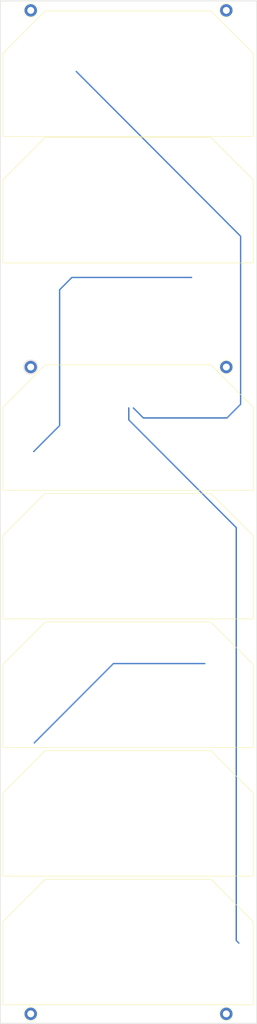
<source format=kicad_pcb>
(kicad_pcb (version 20171130) (host pcbnew "(5.1.4)-1")

  (general
    (thickness 1.6)
    (drawings 46)
    (tracks 57)
    (zones 0)
    (modules 6)
    (nets 1)
  )

  (page User 200 399.999)
  (layers
    (0 F.Cu power)
    (1 In1.Cu signal hide)
    (2 In2.Cu signal hide)
    (31 B.Cu signal hide)
    (32 B.Adhes user)
    (33 F.Adhes user)
    (34 B.Paste user)
    (35 F.Paste user)
    (36 B.SilkS user)
    (37 F.SilkS user)
    (38 B.Mask user)
    (39 F.Mask user)
    (40 Dwgs.User user)
    (41 Cmts.User user)
    (42 Eco1.User user)
    (43 Eco2.User user)
    (44 Edge.Cuts user)
    (45 Margin user)
    (46 B.CrtYd user)
    (47 F.CrtYd user)
    (48 B.Fab user)
    (49 F.Fab user)
  )

  (setup
    (last_trace_width 0.25)
    (user_trace_width 0.45)
    (trace_clearance 0.2)
    (zone_clearance 0.508)
    (zone_45_only no)
    (trace_min 0.2)
    (via_size 0.6)
    (via_drill 0.4)
    (via_min_size 0.4)
    (via_min_drill 0.3)
    (uvia_size 0.3)
    (uvia_drill 0.1)
    (uvias_allowed no)
    (uvia_min_size 0.2)
    (uvia_min_drill 0.1)
    (edge_width 0.15)
    (segment_width 0.2)
    (pcb_text_width 0.3)
    (pcb_text_size 1.5 1.5)
    (mod_edge_width 0.15)
    (mod_text_size 1 1)
    (mod_text_width 0.15)
    (pad_size 4 4)
    (pad_drill 2.2)
    (pad_to_mask_clearance 0.2)
    (solder_mask_min_width 0.25)
    (aux_axis_origin 0 0)
    (grid_origin 58.54 20.93)
    (visible_elements 7FFFFFFF)
    (pcbplotparams
      (layerselection 0x010f0_80000007)
      (usegerberextensions false)
      (usegerberattributes false)
      (usegerberadvancedattributes false)
      (creategerberjobfile false)
      (excludeedgelayer true)
      (linewidth 0.100000)
      (plotframeref true)
      (viasonmask false)
      (mode 1)
      (useauxorigin false)
      (hpglpennumber 1)
      (hpglpenspeed 20)
      (hpglpendiameter 15.000000)
      (psnegative false)
      (psa4output false)
      (plotreference true)
      (plotvalue true)
      (plotinvisibletext false)
      (padsonsilk true)
      (subtractmaskfromsilk false)
      (outputformat 4)
      (mirror false)
      (drillshape 0)
      (scaleselection 1)
      (outputdirectory "pdfs/"))
  )

  (net 0 "")

  (net_class Default "This is the default net class."
    (clearance 0.2)
    (trace_width 0.25)
    (via_dia 0.6)
    (via_drill 0.4)
    (uvia_dia 0.3)
    (uvia_drill 0.1)
  )

  (module Connectors:1pin (layer F.Cu) (tedit 5ADF8F02) (tstamp 5ADF8DF0)
    (at 68.29 23.93)
    (descr "module 1 pin (ou trou mecanique de percage)")
    (tags DEV)
    (fp_text reference "" (at 0 -3.048) (layer F.SilkS)
      (effects (font (size 1 1) (thickness 0.15)))
    )
    (fp_text value "" (at 0 3) (layer F.Fab)
      (effects (font (size 1 1) (thickness 0.15)))
    )
    (fp_circle (center 0 0) (end 2 0.8) (layer F.Fab) (width 0.1))
    (fp_circle (center 0 0) (end 2.6 0) (layer F.CrtYd) (width 0.05))
    (fp_circle (center 0 0) (end 0 -2.286) (layer F.SilkS) (width 0.12))
    (pad 1 thru_hole circle (at 0 0) (size 4 4) (drill 2.2) (layers *.Cu *.Mask))
  )

  (module Connectors:1pin (layer F.Cu) (tedit 5ADF8F02) (tstamp 5ADF9157)
    (at 68.29 343.83)
    (descr "module 1 pin (ou trou mecanique de percage)")
    (tags DEV)
    (fp_text reference "" (at 0 -3.048) (layer F.SilkS)
      (effects (font (size 1 1) (thickness 0.15)))
    )
    (fp_text value "" (at 0 3) (layer F.Fab)
      (effects (font (size 1 1) (thickness 0.15)))
    )
    (fp_circle (center 0 0) (end 2 0.8) (layer F.Fab) (width 0.1))
    (fp_circle (center 0 0) (end 2.6 0) (layer F.CrtYd) (width 0.05))
    (fp_circle (center 0 0) (end 0 -2.286) (layer F.SilkS) (width 0.12))
    (pad 1 thru_hole circle (at 0 0) (size 4 4) (drill 2.2) (layers *.Cu *.Mask))
  )

  (module Connectors:1pin (layer F.Cu) (tedit 5ADF8F02) (tstamp 5ADF92A8)
    (at 130.79 343.83)
    (descr "module 1 pin (ou trou mecanique de percage)")
    (tags DEV)
    (fp_text reference "" (at 0 -3.048) (layer F.SilkS)
      (effects (font (size 1 1) (thickness 0.15)))
    )
    (fp_text value "" (at 0 3) (layer F.Fab)
      (effects (font (size 1 1) (thickness 0.15)))
    )
    (fp_circle (center 0 0) (end 2 0.8) (layer F.Fab) (width 0.1))
    (fp_circle (center 0 0) (end 2.6 0) (layer F.CrtYd) (width 0.05))
    (fp_circle (center 0 0) (end 0 -2.286) (layer F.SilkS) (width 0.12))
    (pad 1 thru_hole circle (at 0 0) (size 4 4) (drill 2.2) (layers *.Cu *.Mask))
  )

  (module Connectors:1pin (layer F.Cu) (tedit 5ADF8F02) (tstamp 5ADF9266)
    (at 130.79 137.63)
    (descr "module 1 pin (ou trou mecanique de percage)")
    (tags DEV)
    (fp_text reference "" (at 0 -3.048) (layer F.SilkS)
      (effects (font (size 1 1) (thickness 0.15)))
    )
    (fp_text value "" (at 0 3) (layer F.Fab)
      (effects (font (size 1 1) (thickness 0.15)))
    )
    (fp_circle (center 0 0) (end 2 0.8) (layer F.Fab) (width 0.1))
    (fp_circle (center 0 0) (end 2.6 0) (layer F.CrtYd) (width 0.05))
    (fp_circle (center 0 0) (end 0 -2.286) (layer F.SilkS) (width 0.12))
    (pad 1 thru_hole circle (at 0 0) (size 4 4) (drill 2.2) (layers *.Cu *.Mask))
  )

  (module Connectors:1pin (layer B.Cu) (tedit 5ADF8F02) (tstamp 5BE8BB8E)
    (at 68.29 137.63)
    (descr "module 1 pin (ou trou mecanique de percage)")
    (tags DEV)
    (fp_text reference "" (at 0 3.048) (layer B.SilkS)
      (effects (font (size 1 1) (thickness 0.15)) (justify mirror))
    )
    (fp_text value "" (at 0 -3) (layer B.Fab)
      (effects (font (size 1 1) (thickness 0.15)) (justify mirror))
    )
    (fp_circle (center 0 0) (end 2 -0.8) (layer B.Fab) (width 0.1))
    (fp_circle (center 0 0) (end 2.6 0) (layer B.CrtYd) (width 0.05))
    (fp_circle (center 0 0) (end 0 2.286) (layer B.SilkS) (width 0.12))
    (pad 1 thru_hole circle (at 0 0) (size 4 4) (drill 2.2) (layers *.Cu *.Mask))
  )

  (module Connectors:1pin (layer F.Cu) (tedit 5ADF8F02) (tstamp 5ADF9050)
    (at 130.79 23.93)
    (descr "module 1 pin (ou trou mecanique de percage)")
    (tags DEV)
    (fp_text reference "" (at 0 -3.048) (layer F.SilkS)
      (effects (font (size 1 1) (thickness 0.15)))
    )
    (fp_text value "" (at 0 3) (layer F.Fab)
      (effects (font (size 1 1) (thickness 0.15)))
    )
    (fp_circle (center 0 0) (end 2 0.8) (layer F.Fab) (width 0.1))
    (fp_circle (center 0 0) (end 2.6 0) (layer F.CrtYd) (width 0.05))
    (fp_circle (center 0 0) (end 0 -2.286) (layer F.SilkS) (width 0.12))
    (pad 1 thru_hole circle (at 0 0) (size 4 4) (drill 2.2) (layers *.Cu *.Mask))
  )

  (gr_line (start 125.89 300.93) (end 72.89 300.93) (layer F.SilkS) (width 0.15) (tstamp 5DB5DAA3))
  (gr_line (start 139.4 314.43) (end 125.89 300.93) (layer F.SilkS) (width 0.15) (tstamp 5DB5DAA2))
  (gr_line (start 72.89 300.93) (end 59.39 314.43) (layer F.SilkS) (width 0.15) (tstamp 5DB5DAA1))
  (gr_line (start 59.39 340.93) (end 59.39 314.43) (layer F.SilkS) (width 0.15) (tstamp 5DB5DAA0))
  (gr_line (start 139.39 340.93) (end 139.4 314.43) (layer F.SilkS) (width 0.15) (tstamp 5DB5DA9F))
  (gr_line (start 59.39 340.93) (end 139.39 340.93) (layer F.SilkS) (width 0.15) (tstamp 5DB5DA9E))
  (gr_line (start 72.89 259.93) (end 59.39 273.43) (layer F.SilkS) (width 0.15) (tstamp 5DB5D605))
  (gr_line (start 139.4 273.43) (end 125.89 259.93) (layer F.SilkS) (width 0.15) (tstamp 5DB5D604))
  (gr_line (start 59.39 299.93) (end 59.39 273.43) (layer F.SilkS) (width 0.15) (tstamp 5DB5D603))
  (gr_line (start 125.89 259.93) (end 72.89 259.93) (layer F.SilkS) (width 0.15) (tstamp 5DB5D602))
  (gr_line (start 59.39 299.93) (end 139.39 299.93) (layer F.SilkS) (width 0.15) (tstamp 5DB5D601))
  (gr_line (start 139.39 299.93) (end 139.4 273.43) (layer F.SilkS) (width 0.15) (tstamp 5DB5D600))
  (gr_line (start 72.89 218.93) (end 59.39 232.43) (layer F.SilkS) (width 0.15) (tstamp 5DB5D605))
  (gr_line (start 139.4 232.43) (end 125.89 218.93) (layer F.SilkS) (width 0.15) (tstamp 5DB5D604))
  (gr_line (start 59.39 258.93) (end 59.39 232.43) (layer F.SilkS) (width 0.15) (tstamp 5DB5D603))
  (gr_line (start 125.89 218.93) (end 72.89 218.93) (layer F.SilkS) (width 0.15) (tstamp 5DB5D602))
  (gr_line (start 59.39 258.93) (end 139.39 258.93) (layer F.SilkS) (width 0.15) (tstamp 5DB5D601))
  (gr_line (start 139.39 258.93) (end 139.4 232.43) (layer F.SilkS) (width 0.15) (tstamp 5DB5D600))
  (gr_line (start 72.89 177.93) (end 59.39 191.43) (layer F.SilkS) (width 0.15) (tstamp 5DB5D605))
  (gr_line (start 139.4 191.43) (end 125.89 177.93) (layer F.SilkS) (width 0.15) (tstamp 5DB5D604))
  (gr_line (start 59.39 217.93) (end 59.39 191.43) (layer F.SilkS) (width 0.15) (tstamp 5DB5D603))
  (gr_line (start 125.89 177.93) (end 72.89 177.93) (layer F.SilkS) (width 0.15) (tstamp 5DB5D602))
  (gr_line (start 59.39 217.93) (end 139.39 217.93) (layer F.SilkS) (width 0.15) (tstamp 5DB5D601))
  (gr_line (start 139.39 217.93) (end 139.4 191.43) (layer F.SilkS) (width 0.15) (tstamp 5DB5D600))
  (gr_line (start 72.89 136.93) (end 59.39 150.43) (layer F.SilkS) (width 0.15) (tstamp 5DB5D605))
  (gr_line (start 139.4 150.43) (end 125.89 136.93) (layer F.SilkS) (width 0.15) (tstamp 5DB5D604))
  (gr_line (start 59.39 176.93) (end 59.39 150.43) (layer F.SilkS) (width 0.15) (tstamp 5DB5D603))
  (gr_line (start 125.89 136.93) (end 72.89 136.93) (layer F.SilkS) (width 0.15) (tstamp 5DB5D602))
  (gr_line (start 59.39 176.93) (end 139.39 176.93) (layer F.SilkS) (width 0.15) (tstamp 5DB5D601))
  (gr_line (start 139.39 176.93) (end 139.4 150.43) (layer F.SilkS) (width 0.15) (tstamp 5DB5D600))
  (gr_line (start 72.89 64.43) (end 59.39 77.93) (layer F.SilkS) (width 0.15) (tstamp 5DB5D605))
  (gr_line (start 139.4 77.93) (end 125.89 64.43) (layer F.SilkS) (width 0.15) (tstamp 5DB5D604))
  (gr_line (start 59.39 104.43) (end 59.39 77.93) (layer F.SilkS) (width 0.15) (tstamp 5DB5D603))
  (gr_line (start 125.89 64.43) (end 72.89 64.43) (layer F.SilkS) (width 0.15) (tstamp 5DB5D602))
  (gr_line (start 59.39 104.43) (end 139.39 104.43) (layer F.SilkS) (width 0.15) (tstamp 5DB5D601))
  (gr_line (start 139.39 104.43) (end 139.4 77.93) (layer F.SilkS) (width 0.15) (tstamp 5DB5D600))
  (gr_line (start 140.54 20.93) (end 140.54 346.83) (angle 90) (layer Edge.Cuts) (width 0.15))
  (gr_line (start 72.89 24.13) (end 59.39 37.63) (layer F.SilkS) (width 0.15) (tstamp 5DB5D495))
  (gr_line (start 139.4 37.63) (end 125.89 24.13) (layer F.SilkS) (width 0.15) (tstamp 5DB5D494))
  (gr_line (start 59.39 64.13) (end 59.39 37.63) (layer F.SilkS) (width 0.15) (tstamp 5DB5D493))
  (gr_line (start 125.89 24.13) (end 72.89 24.13) (layer F.SilkS) (width 0.15) (tstamp 5DB5D490))
  (gr_line (start 59.39 64.13) (end 139.39 64.13) (layer F.SilkS) (width 0.15) (tstamp 5DB5D48F))
  (gr_line (start 139.39 64.13) (end 139.4 37.63) (layer F.SilkS) (width 0.15) (tstamp 5DB5D48E))
  (gr_line (start 58.54 346.83) (end 140.54 346.83) (angle 90) (layer Edge.Cuts) (width 0.15))
  (gr_line (start 58.54 346.83) (end 58.54 20.93) (angle 90) (layer Edge.Cuts) (width 0.15))
  (gr_line (start 58.54 20.93) (end 140.54 20.93) (angle 90) (layer Edge.Cuts) (width 0.15))

  (segment (start 98.111 150.801) (end 98.58 151.27) (width 0.45) (layer In1.Cu) (net 0) (tstamp 5AF4D9E3))
  (segment (start 126.56 129.09) (end 126.56 139.5) (width 0.45) (layer In1.Cu) (net 0))
  (segment (start 99.84 152.53) (end 98.58 151.27) (width 0.45) (layer In1.Cu) (net 0) (tstamp 5AF4D9DB))
  (segment (start 98.58 151.27) (end 98.04 150.73) (width 0.45) (layer In1.Cu) (net 0) (tstamp 5AF4D9EF))
  (segment (start 127.75 152.53) (end 99.84 152.53) (width 0.45) (layer In1.Cu) (net 0) (tstamp 5AF4D9D6))
  (segment (start 129.07 151.21) (end 127.75 152.53) (width 0.45) (layer In1.Cu) (net 0) (tstamp 5AF4D9D5))
  (segment (start 129.07 142.01) (end 129.07 151.21) (width 0.45) (layer In1.Cu) (net 0) (tstamp 5AF4D9CF))
  (segment (start 126.56 139.5) (end 129.07 142.01) (width 0.45) (layer In1.Cu) (net 0) (tstamp 5AF4D9CE))
  (segment (start 126.16 149.65) (end 126.16 153.01) (width 0.45) (layer In2.Cu) (net 0))
  (segment (start 95.117 153.197) (end 95.117 150.68) (width 0.45) (layer In2.Cu) (net 0) (tstamp 5AF4D9C1))
  (segment (start 96.5 154.58) (end 95.117 153.197) (width 0.45) (layer In2.Cu) (net 0) (tstamp 5AF4D9BE))
  (segment (start 124.59 154.58) (end 96.5 154.58) (width 0.45) (layer In2.Cu) (net 0) (tstamp 5AF4D9BD))
  (segment (start 126.16 153.01) (end 124.59 154.58) (width 0.45) (layer In2.Cu) (net 0) (tstamp 5AF4D9B2))
  (segment (start 88.858 132.23) (end 99.658 121.43) (width 0.25) (layer In2.Cu) (net 0) (tstamp 5AF4D989))
  (segment (start 62.61 132.23) (end 88.858 132.23) (width 0.25) (layer In2.Cu) (net 0) (tstamp 5AF4D984))
  (segment (start 61.61 131.23) (end 62.61 132.23) (width 0.25) (layer In2.Cu) (net 0) (tstamp 5AF4D983))
  (segment (start 61.61 129.76) (end 61.61 131.23) (width 0.25) (layer In2.Cu) (net 0) (tstamp 5AF4D982))
  (segment (start 62.28 129.09) (end 61.61 129.76) (width 0.25) (layer In2.Cu) (net 0) (tstamp 5AF4D981))
  (segment (start 101.155 124.135) (end 101.155 121.43) (width 0.25) (layer In2.Cu) (net 0) (tstamp 5AF4D961))
  (segment (start 91.93 133.36) (end 101.155 124.135) (width 0.25) (layer In2.Cu) (net 0) (tstamp 5AF4D954))
  (segment (start 60.89 133.36) (end 91.93 133.36) (width 0.25) (layer In2.Cu) (net 0) (tstamp 5AF4D950))
  (segment (start 59.69 132.16) (end 60.89 133.36) (width 0.25) (layer In2.Cu) (net 0) (tstamp 5AF4D94E))
  (segment (start 59.69 128.03) (end 59.69 132.16) (width 0.25) (layer In2.Cu) (net 0) (tstamp 5AF4D94C))
  (segment (start 61.13 126.59) (end 59.69 128.03) (width 0.25) (layer In2.Cu) (net 0) (tstamp 5AF4D94B))
  (segment (start 94.641 124.95) (end 98.161 121.43) (width 0.25) (layer In2.Cu) (net 0) (tstamp 5AF4D910))
  (segment (start 92.09 124.95) (end 94.641 124.95) (width 0.25) (layer In2.Cu) (net 0) (tstamp 5AF4D90C))
  (segment (start 85.53 118.39) (end 92.09 124.95) (width 0.25) (layer In2.Cu) (net 0) (tstamp 5AF4D902))
  (segment (start 62.36 118.39) (end 85.53 118.39) (width 0.25) (layer In2.Cu) (net 0) (tstamp 5AF4D8FD))
  (segment (start 61.56 119.19) (end 62.36 118.39) (width 0.25) (layer In2.Cu) (net 0) (tstamp 5AF4D8FB))
  (segment (start 61.56 123.15) (end 61.56 119.19) (width 0.25) (layer In2.Cu) (net 0) (tstamp 5AF4D8F7))
  (segment (start 62.5 124.09) (end 61.56 123.15) (width 0.25) (layer In2.Cu) (net 0) (tstamp 5AF4D8F6))
  (segment (start 75.11 150.68) (end 93.62 150.68) (width 0.45) (layer In2.Cu) (net 0) (tstamp 5AF4BE11))
  (segment (start 74.1 149.67) (end 75.11 150.68) (width 0.45) (layer In2.Cu) (net 0) (tstamp 5AF4BE10))
  (segment (start 104.285 153.86) (end 101.105 150.68) (width 0.45) (layer B.Cu) (net 0) (tstamp 5AF4BD8F))
  (segment (start 131.01 153.86) (end 104.285 153.86) (width 0.45) (layer B.Cu) (net 0) (tstamp 5AF4BD88))
  (segment (start 135.37 149.5) (end 131.01 153.86) (width 0.45) (layer B.Cu) (net 0) (tstamp 5AF4BD86))
  (segment (start 135.37 95.93) (end 135.37 149.5) (width 0.45) (layer B.Cu) (net 0) (tstamp 5AF4BD7A))
  (segment (start 82.84 43.4) (end 135.37 95.93) (width 0.45) (layer B.Cu) (net 0) (tstamp 5AF4BD79))
  (segment (start 99.63 151.54) (end 99.63 150.702) (width 0.45) (layer B.Cu) (net 0))
  (segment (start 99.63 150.702) (end 99.608 150.68) (width 0.45) (layer B.Cu) (net 0) (tstamp 5AF4BD40))
  (segment (start 134.8 321.26) (end 133.98 320.44) (width 0.45) (layer B.Cu) (net 0) (tstamp 5AF4BD2B))
  (segment (start 133.98 320.44) (end 133.98 188.83) (width 0.45) (layer B.Cu) (net 0) (tstamp 5AF4BD2C))
  (segment (start 133.98 188.83) (end 99.63 154.48) (width 0.45) (layer B.Cu) (net 0) (tstamp 5AF4BD32))
  (segment (start 99.63 154.48) (end 99.63 151.54) (width 0.45) (layer B.Cu) (net 0) (tstamp 5AF4BD3B))
  (segment (start 94.72 232.16) (end 123.93 232.16) (width 0.45) (layer B.Cu) (net 0) (tstamp 5AF4BD14))
  (segment (start 69.42 257.46) (end 94.72 232.16) (width 0.45) (layer B.Cu) (net 0) (tstamp 5AF4BD13))
  (segment (start 81.45 109.07) (end 119.69 109.07) (width 0.45) (layer B.Cu) (net 0) (tstamp 5AF4BCEB))
  (segment (start 77.52 113) (end 81.45 109.07) (width 0.45) (layer B.Cu) (net 0) (tstamp 5AF4BCE9))
  (segment (start 77.52 156.29) (end 77.52 113) (width 0.45) (layer B.Cu) (net 0) (tstamp 5AF4BCE0))
  (segment (start 69.24 164.57) (end 77.52 156.29) (width 0.45) (layer B.Cu) (net 0) (tstamp 5AF4BCDF))
  (segment (start 93.994 153.3) (end 96.614 150.68) (width 0.45) (layer In1.Cu) (net 0) (tstamp 5AF4BC12))
  (segment (start 64.08 153.3) (end 93.994 153.3) (width 0.45) (layer In1.Cu) (net 0) (tstamp 5AF4BC0F))
  (segment (start 63.36 152.58) (end 64.08 153.3) (width 0.45) (layer In1.Cu) (net 0) (tstamp 5AF4BC0E))
  (segment (start 63.36 148.06) (end 63.36 152.58) (width 0.45) (layer In1.Cu) (net 0) (tstamp 5AF4BC0B))
  (segment (start 72.33 139.09) (end 63.36 148.06) (width 0.45) (layer In1.Cu) (net 0) (tstamp 5AF4BC07))
  (segment (start 72.33 134.38) (end 72.33 139.09) (width 0.45) (layer In1.Cu) (net 0) (tstamp 5AF4BC02))
  (segment (start 72.39 134.32) (end 72.33 134.38) (width 0.45) (layer In1.Cu) (net 0) (tstamp 5AF4BC01))

)

</source>
